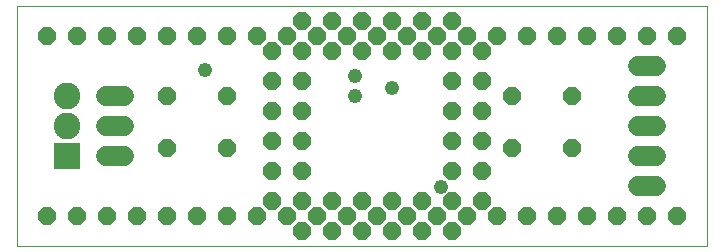
<source format=gts>
G75*
%MOIN*%
%OFA0B0*%
%FSLAX25Y25*%
%IPPOS*%
%LPD*%
%AMOC8*
5,1,8,0,0,1.08239X$1,22.5*
%
%ADD10C,0.00000*%
%ADD11R,0.08900X0.08900*%
%ADD12C,0.08900*%
%ADD13OC8,0.06000*%
%ADD14C,0.06800*%
%ADD15C,0.04800*%
D10*
X0001000Y0001301D02*
X0001000Y0081261D01*
X0230999Y0081260D01*
X0230999Y0001300D01*
X0001000Y0001301D01*
D11*
X0017499Y0031300D03*
D12*
X0017499Y0041300D03*
X0017499Y0051300D03*
D13*
X0050999Y0051300D03*
X0070999Y0051300D03*
X0085999Y0046300D03*
X0095999Y0046300D03*
X0095999Y0056300D03*
X0085999Y0056300D03*
X0085999Y0066300D03*
X0095999Y0066300D03*
X0105999Y0066300D03*
X0115999Y0066300D03*
X0125999Y0066300D03*
X0135999Y0066300D03*
X0145999Y0066300D03*
X0155999Y0066300D03*
X0150999Y0071300D03*
X0160999Y0071300D03*
X0170999Y0071300D03*
X0180999Y0071300D03*
X0190999Y0071300D03*
X0200999Y0071300D03*
X0210999Y0071300D03*
X0220999Y0071300D03*
X0185999Y0051300D03*
X0165999Y0051300D03*
X0155999Y0046300D03*
X0145999Y0046300D03*
X0145999Y0056300D03*
X0155999Y0056300D03*
X0140999Y0071300D03*
X0130999Y0071300D03*
X0120999Y0071300D03*
X0110999Y0071300D03*
X0100999Y0071300D03*
X0090999Y0071300D03*
X0080999Y0071300D03*
X0070999Y0071300D03*
X0060999Y0071300D03*
X0050999Y0071300D03*
X0040999Y0071300D03*
X0030999Y0071300D03*
X0020999Y0071300D03*
X0010999Y0071300D03*
X0095999Y0076300D03*
X0105999Y0076300D03*
X0115999Y0076300D03*
X0125999Y0076300D03*
X0135999Y0076300D03*
X0145999Y0076300D03*
X0145999Y0036300D03*
X0155999Y0036300D03*
X0165999Y0033800D03*
X0155999Y0026300D03*
X0145999Y0026300D03*
X0145999Y0016300D03*
X0135999Y0016300D03*
X0125999Y0016300D03*
X0115999Y0016300D03*
X0105999Y0016300D03*
X0095999Y0016300D03*
X0085999Y0016300D03*
X0080999Y0011300D03*
X0070999Y0011300D03*
X0060999Y0011300D03*
X0050999Y0011300D03*
X0040999Y0011300D03*
X0030999Y0011300D03*
X0020999Y0011300D03*
X0010999Y0011300D03*
X0050999Y0033800D03*
X0070999Y0033800D03*
X0085999Y0036300D03*
X0095999Y0036300D03*
X0095999Y0026300D03*
X0085999Y0026300D03*
X0090999Y0011300D03*
X0100999Y0011300D03*
X0110999Y0011300D03*
X0120999Y0011300D03*
X0130999Y0011300D03*
X0140999Y0011300D03*
X0150999Y0011300D03*
X0160999Y0011300D03*
X0170999Y0011300D03*
X0180999Y0011300D03*
X0190999Y0011300D03*
X0200999Y0011300D03*
X0210999Y0011300D03*
X0220999Y0011300D03*
X0185999Y0033800D03*
X0155999Y0016300D03*
X0145999Y0006300D03*
X0135999Y0006300D03*
X0125999Y0006300D03*
X0115999Y0006300D03*
X0105999Y0006300D03*
X0095999Y0006300D03*
D14*
X0036499Y0031300D02*
X0030499Y0031300D01*
X0030499Y0041300D02*
X0036499Y0041300D01*
X0036499Y0051300D02*
X0030499Y0051300D01*
X0207999Y0051300D02*
X0213999Y0051300D01*
X0213999Y0041300D02*
X0207999Y0041300D01*
X0207999Y0031300D02*
X0213999Y0031300D01*
X0213999Y0021300D02*
X0207999Y0021300D01*
X0207999Y0061300D02*
X0213999Y0061300D01*
D15*
X0125999Y0053800D03*
X0113499Y0051300D03*
X0113499Y0058000D03*
X0063699Y0059800D03*
X0142299Y0021100D03*
M02*

</source>
